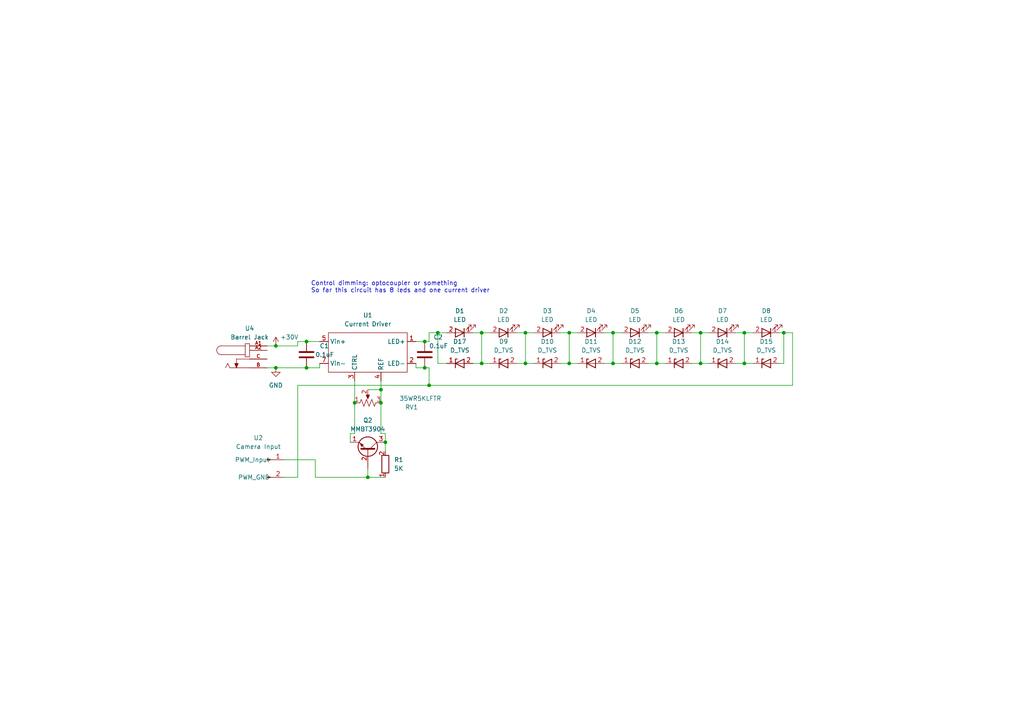
<source format=kicad_sch>
(kicad_sch (version 20230121) (generator eeschema)
  (paper "A4")
  (title_block (title "Lighting PCB") (date "2023-12-02") (company "Illini Pacbot Team"))
  (lib_symbols
    (symbol "D_Zener_1" (pin_names (offset 1.016) hide)
      (property "Reference" "D" (at 0 2.54 0))
      (property "Value" "D_Zener" (at 0 -2.54 0))
      (symbol "D_Zener_1_0_1"
        (polyline (pts (xy 1.27 0) (xy -1.27 0)))
        (polyline (pts (xy -1.27 -1.27) (xy -1.27 1.27) (xy -0.762 1.27)) (stroke (width 0.254)))
        (polyline (pts (xy 1.27 -1.27) (xy 1.27 1.27) (xy -1.27 0) (xy 1.27 -1.27)) (stroke (width 0.254)))
      )
      (symbol "D_Zener_1_1_1"
        (pin passive line (at -3.81 0 0) (length 2.54) (name "K") (number "1"))
        (pin passive line (at 3.81 0 180) (length 2.54) (name "A") (number "2"))
      )
    )
    (symbol "D_Zener_2" (pin_names (offset 1.016) hide)
      (property "Reference" "D" (at 0 2.54 0))
      (property "Value" "D_Zener" (at 0 -2.54 0))
      (symbol "D_Zener_2_0_1"
        (polyline (pts (xy 1.27 0) (xy -1.27 0)))
        (polyline (pts (xy -1.27 -1.27) (xy -1.27 1.27) (xy -0.762 1.27)) (stroke (width 0.254)))
        (polyline (pts (xy 1.27 -1.27) (xy 1.27 1.27) (xy -1.27 0) (xy 1.27 -1.27)) (stroke (width 0.254)))
      )
      (symbol "D_Zener_2_1_1"
        (pin passive line (at -3.81 0 0) (length 2.54) (name "K") (number "1"))
        (pin passive line (at 3.81 0 180) (length 2.54) (name "A") (number "2"))
      )
    )
    (symbol "D_Zener_3" (pin_names (offset 1.016) hide)
      (property "Reference" "D" (at 0 2.54 0))
      (property "Value" "D_Zener" (at 0 -2.54 0))
      (symbol "D_Zener_3_0_1"
        (polyline (pts (xy 1.27 0) (xy -1.27 0)))
        (polyline (pts (xy -1.27 -1.27) (xy -1.27 1.27) (xy -0.762 1.27)) (stroke (width 0.254)))
        (polyline (pts (xy 1.27 -1.27) (xy 1.27 1.27) (xy -1.27 0) (xy 1.27 -1.27)) (stroke (width 0.254)))
      )
      (symbol "D_Zener_3_1_1"
        (pin passive line (at -3.81 0 0) (length 2.54) (name "K") (number "1"))
        (pin passive line (at 3.81 0 180) (length 2.54) (name "A") (number "2"))
      )
    )
    (symbol "D_Zener_4" (pin_names (offset 1.016) hide)
      (property "Reference" "D" (at 0 2.54 0))
      (property "Value" "D_Zener" (at 0 -2.54 0))
      (symbol "D_Zener_4_0_1"
        (polyline (pts (xy 1.27 0) (xy -1.27 0)))
        (polyline (pts (xy -1.27 -1.27) (xy -1.27 1.27) (xy -0.762 1.27)) (stroke (width 0.254)))
        (polyline (pts (xy 1.27 -1.27) (xy 1.27 1.27) (xy -1.27 0) (xy 1.27 -1.27)) (stroke (width 0.254)))
      )
      (symbol "D_Zener_4_1_1"
        (pin passive line (at -3.81 0 0) (length 2.54) (name "K") (number "1"))
        (pin passive line (at 3.81 0 180) (length 2.54) (name "A") (number "2"))
      )
    )
    (symbol "D_Zener_5" (pin_names (offset 1.016) hide)
      (property "Reference" "D" (at 0 2.54 0))
      (property "Value" "D_Zener" (at 0 -2.54 0))
      (symbol "D_Zener_5_0_1"
        (polyline (pts (xy 1.27 0) (xy -1.27 0)))
        (polyline (pts (xy -1.27 -1.27) (xy -1.27 1.27) (xy -0.762 1.27)) (stroke (width 0.254)))
        (polyline (pts (xy 1.27 -1.27) (xy 1.27 1.27) (xy -1.27 0) (xy 1.27 -1.27)) (stroke (width 0.254)))
      )
      (symbol "D_Zener_5_1_1"
        (pin passive line (at -3.81 0 0) (length 2.54) (name "K") (number "1"))
        (pin passive line (at 3.81 0 180) (length 2.54) (name "A") (number "2"))
      )
    )
    (symbol "D_Zener_6" (pin_names (offset 1.016) hide)
      (property "Reference" "D" (at 0 2.54 0))
      (property "Value" "D_Zener" (at 0 -2.54 0))
      (symbol "D_Zener_6_0_1"
        (polyline (pts (xy 1.27 0) (xy -1.27 0)))
        (polyline (pts (xy -1.27 -1.27) (xy -1.27 1.27) (xy -0.762 1.27)) (stroke (width 0.254)))
        (polyline (pts (xy 1.27 -1.27) (xy 1.27 1.27) (xy -1.27 0) (xy 1.27 -1.27)) (stroke (width 0.254)))
      )
      (symbol "D_Zener_6_1_1"
        (pin passive line (at -3.81 0 0) (length 2.54) (name "K") (number "1"))
        (pin passive line (at 3.81 0 180) (length 2.54) (name "A") (number "2"))
      )
    )
    (symbol "D_Zener_7" (pin_names (offset 1.016) hide)
      (property "Reference" "D" (at 0 2.54 0))
      (property "Value" "D_Zener" (at 0 -2.54 0))
      (symbol "D_Zener_7_0_1"
        (polyline (pts (xy 1.27 0) (xy -1.27 0)))
        (polyline (pts (xy -1.27 -1.27) (xy -1.27 1.27) (xy -0.762 1.27)) (stroke (width 0.254)))
        (polyline (pts (xy 1.27 -1.27) (xy 1.27 1.27) (xy -1.27 0) (xy 1.27 -1.27)) (stroke (width 0.254)))
      )
      (symbol "D_Zener_7_1_1"
        (pin passive line (at -3.81 0 0) (length 2.54) (name "K") (number "1"))
        (pin passive line (at 3.81 0 180) (length 2.54) (name "A") (number "2"))
      )
    )
    (symbol "Device:C" (pin_numbers hide) (pin_names (offset 0.254))
      (property "Reference" "C" (at 0.635 2.54 0))
      (property "Value" "C" (at 0.635 -2.54 0))
      (symbol "C_0_1"
        (polyline (pts (xy -2.032 -0.762) (xy 2.032 -0.762)) (stroke (width 0.508)))
        (polyline (pts (xy -2.032 0.762) (xy 2.032 0.762)) (stroke (width 0.508)))
      )
      (symbol "C_1_1"
        (pin passive line (at 0 3.81 270) (length 2.794) (name "~") (number "1"))
        (pin passive line (at 0 -3.81 90) (length 2.794) (name "~") (number "2"))
      )
    )
    (symbol "Device:D_Zener" (pin_names (offset 1.016) hide)
      (property "Reference" "D" (at 0 2.54 0))
      (property "Value" "D_Zener" (at 0 -2.54 0))
      (symbol "D_Zener_0_1"
        (polyline (pts (xy 1.27 0) (xy -1.27 0)))
        (polyline (pts (xy -1.27 -1.27) (xy -1.27 1.27) (xy -0.762 1.27)) (stroke (width 0.254)))
        (polyline (pts (xy 1.27 -1.27) (xy 1.27 1.27) (xy -1.27 0) (xy 1.27 -1.27)) (stroke (width 0.254)))
      )
      (symbol "D_Zener_1_1"
        (pin passive line (at -3.81 0 0) (length 2.54) (name "K") (number "1"))
        (pin passive line (at 3.81 0 180) (length 2.54) (name "A") (number "2"))
      )
    )
    (symbol "Device:LED" (pin_names (offset 1.016) hide)
      (property "Reference" "D" (at 0 2.54 0))
      (property "Value" "LED" (at 0 -2.54 0))
      (symbol "LED_0_1"
        (polyline (pts (xy -1.27 -1.27) (xy -1.27 1.27)) (stroke (width 0.254)))
        (polyline (pts (xy -1.27 0) (xy 1.27 0)))
        (polyline (pts (xy 1.27 -1.27) (xy 1.27 1.27) (xy -1.27 0) (xy 1.27 -1.27)) (stroke (width 0.254)))
        (polyline (pts (xy -3.048 -0.762) (xy -4.572 -2.286) (xy -3.81 -2.286) (xy -4.572 -2.286) (xy -4.572 -1.524)))
        (polyline (pts (xy -1.778 -0.762) (xy -3.302 -2.286) (xy -2.54 -2.286) (xy -3.302 -2.286) (xy -3.302 -1.524)))
      )
      (symbol "LED_1_1"
        (pin passive line (at -3.81 0 0) (length 2.54) (name "K") (number "1"))
        (pin passive line (at 3.81 0 180) (length 2.54) (name "A") (number "2"))
      )
    )
    (symbol "Device:R_Potentiometer_US" (pin_names (offset 1.016) hide)
      (property "Reference" "RV" (at -4.445 0 90))
      (property "Value" "R_Potentiometer_US" (at -2.54 0 90))
      (symbol "R_Potentiometer_US_0_1"
        (polyline (pts (xy 0 -2.286) (xy 0 -2.54)))
        (polyline (pts (xy 0 2.54) (xy 0 2.286)))
        (polyline (pts (xy 2.54 0) (xy 1.524 0)))
        (polyline (pts (xy 1.143 0) (xy 2.286 0.508) (xy 2.286 -0.508) (xy 1.143 0)) (fill (type outline)))
        (polyline (pts (xy 0 -0.762) (xy 1.016 -1.143) (xy 0 -1.524) (xy -1.016 -1.905) (xy 0 -2.286)))
        (polyline (pts (xy 0 0.762) (xy 1.016 0.381) (xy 0 0) (xy -1.016 -0.381) (xy 0 -0.762)))
        (polyline (pts (xy 0 2.286) (xy 1.016 1.905) (xy 0 1.524) (xy -1.016 1.143) (xy 0 0.762)))
      )
      (symbol "R_Potentiometer_US_1_1"
        (pin passive line (at 0 3.81 270) (length 1.27) (name "1") (number "1"))
        (pin passive line (at 3.81 0 180) (length 1.27) (name "2") (number "2"))
        (pin passive line (at 0 -3.81 90) (length 1.27) (name "3") (number "3"))
      )
    )
    (symbol "LED_1" (pin_names (offset 1.016) hide)
      (property "Reference" "D" (at 0 2.54 0))
      (property "Value" "LED" (at 0 -2.54 0))
      (symbol "LED_1_0_1"
        (polyline (pts (xy -1.27 -1.27) (xy -1.27 1.27)) (stroke (width 0.254)))
        (polyline (pts (xy -1.27 0) (xy 1.27 0)))
        (polyline (pts (xy 1.27 -1.27) (xy 1.27 1.27) (xy -1.27 0) (xy 1.27 -1.27)) (stroke (width 0.254)))
        (polyline (pts (xy -3.048 -0.762) (xy -4.572 -2.286) (xy -3.81 -2.286) (xy -4.572 -2.286) (xy -4.572 -1.524)))
        (polyline (pts (xy -1.778 -0.762) (xy -3.302 -2.286) (xy -2.54 -2.286) (xy -3.302 -2.286) (xy -3.302 -1.524)))
      )
      (symbol "LED_1_1_1"
        (pin passive line (at -3.81 0 0) (length 2.54) (name "K") (number "1"))
        (pin passive line (at 3.81 0 180) (length 2.54) (name "A") (number "2"))
      )
    )
    (symbol "LED_2" (pin_names (offset 1.016) hide)
      (property "Reference" "D" (at 0 2.54 0))
      (property "Value" "LED" (at 0 -2.54 0))
      (symbol "LED_2_0_1"
        (polyline (pts (xy -1.27 -1.27) (xy -1.27 1.27)) (stroke (width 0.254)))
        (polyline (pts (xy -1.27 0) (xy 1.27 0)))
        (polyline (pts (xy 1.27 -1.27) (xy 1.27 1.27) (xy -1.27 0) (xy 1.27 -1.27)) (stroke (width 0.254)))
        (polyline (pts (xy -3.048 -0.762) (xy -4.572 -2.286) (xy -3.81 -2.286) (xy -4.572 -2.286) (xy -4.572 -1.524)))
        (polyline (pts (xy -1.778 -0.762) (xy -3.302 -2.286) (xy -2.54 -2.286) (xy -3.302 -2.286) (xy -3.302 -1.524)))
      )
      (symbol "LED_2_1_1"
        (pin passive line (at -3.81 0 0) (length 2.54) (name "K") (number "1"))
        (pin passive line (at 3.81 0 180) (length 2.54) (name "A") (number "2"))
      )
    )
    (symbol "LED_3" (pin_names (offset 1.016) hide)
      (property "Reference" "D" (at 0 2.54 0))
      (property "Value" "LED" (at 0 -2.54 0))
      (symbol "LED_3_0_1"
        (polyline (pts (xy -1.27 -1.27) (xy -1.27 1.27)) (stroke (width 0.254)))
        (polyline (pts (xy -1.27 0) (xy 1.27 0)))
        (polyline (pts (xy 1.27 -1.27) (xy 1.27 1.27) (xy -1.27 0) (xy 1.27 -1.27)) (stroke (width 0.254)))
        (polyline (pts (xy -3.048 -0.762) (xy -4.572 -2.286) (xy -3.81 -2.286) (xy -4.572 -2.286) (xy -4.572 -1.524)))
        (polyline (pts (xy -1.778 -0.762) (xy -3.302 -2.286) (xy -2.54 -2.286) (xy -3.302 -2.286) (xy -3.302 -1.524)))
      )
      (symbol "LED_3_1_1"
        (pin passive line (at -3.81 0 0) (length 2.54) (name "K") (number "1"))
        (pin passive line (at 3.81 0 180) (length 2.54) (name "A") (number "2"))
      )
    )
    (symbol "LED_4" (pin_names (offset 1.016) hide)
      (property "Reference" "D" (at 0 2.54 0))
      (property "Value" "LED" (at 0 -2.54 0))
      (symbol "LED_4_0_1"
        (polyline (pts (xy -1.27 -1.27) (xy -1.27 1.27)) (stroke (width 0.254)))
        (polyline (pts (xy -1.27 0) (xy 1.27 0)))
        (polyline (pts (xy 1.27 -1.27) (xy 1.27 1.27) (xy -1.27 0) (xy 1.27 -1.27)) (stroke (width 0.254)))
        (polyline (pts (xy -3.048 -0.762) (xy -4.572 -2.286) (xy -3.81 -2.286) (xy -4.572 -2.286) (xy -4.572 -1.524)))
        (polyline (pts (xy -1.778 -0.762) (xy -3.302 -2.286) (xy -2.54 -2.286) (xy -3.302 -2.286) (xy -3.302 -1.524)))
      )
      (symbol "LED_4_1_1"
        (pin passive line (at -3.81 0 0) (length 2.54) (name "K") (number "1"))
        (pin passive line (at 3.81 0 180) (length 2.54) (name "A") (number "2"))
      )
    )
    (symbol "LED_5" (pin_names (offset 1.016) hide)
      (property "Reference" "D" (at 0 2.54 0))
      (property "Value" "LED" (at 0 -2.54 0))
      (symbol "LED_5_0_1"
        (polyline (pts (xy -1.27 -1.27) (xy -1.27 1.27)) (stroke (width 0.254)))
        (polyline (pts (xy -1.27 0) (xy 1.27 0)))
        (polyline (pts (xy 1.27 -1.27) (xy 1.27 1.27) (xy -1.27 0) (xy 1.27 -1.27)) (stroke (width 0.254)))
        (polyline (pts (xy -3.048 -0.762) (xy -4.572 -2.286) (xy -3.81 -2.286) (xy -4.572 -2.286) (xy -4.572 -1.524)))
        (polyline (pts (xy -1.778 -0.762) (xy -3.302 -2.286) (xy -2.54 -2.286) (xy -3.302 -2.286) (xy -3.302 -1.524)))
      )
      (symbol "LED_5_1_1"
        (pin passive line (at -3.81 0 0) (length 2.54) (name "K") (number "1"))
        (pin passive line (at 3.81 0 180) (length 2.54) (name "A") (number "2"))
      )
    )
    (symbol "LED_6" (pin_names (offset 1.016) hide)
      (property "Reference" "D" (at 0 2.54 0))
      (property "Value" "LED" (at 0 -2.54 0))
      (symbol "LED_6_0_1"
        (polyline (pts (xy -1.27 -1.27) (xy -1.27 1.27)) (stroke (width 0.254)))
        (polyline (pts (xy -1.27 0) (xy 1.27 0)))
        (polyline (pts (xy 1.27 -1.27) (xy 1.27 1.27) (xy -1.27 0) (xy 1.27 -1.27)) (stroke (width 0.254)))
        (polyline (pts (xy -3.048 -0.762) (xy -4.572 -2.286) (xy -3.81 -2.286) (xy -4.572 -2.286) (xy -4.572 -1.524)))
        (polyline (pts (xy -1.778 -0.762) (xy -3.302 -2.286) (xy -2.54 -2.286) (xy -3.302 -2.286) (xy -3.302 -1.524)))
      )
      (symbol "LED_6_1_1"
        (pin passive line (at -3.81 0 0) (length 2.54) (name "K") (number "1"))
        (pin passive line (at 3.81 0 180) (length 2.54) (name "A") (number "2"))
      )
    )
    (symbol "LED_7" (pin_names (offset 1.016) hide)
      (property "Reference" "D" (at 0 2.54 0))
      (property "Value" "LED" (at 0 -2.54 0))
      (symbol "LED_7_0_1"
        (polyline (pts (xy -1.27 -1.27) (xy -1.27 1.27)) (stroke (width 0.254)))
        (polyline (pts (xy -1.27 0) (xy 1.27 0)))
        (polyline (pts (xy 1.27 -1.27) (xy 1.27 1.27) (xy -1.27 0) (xy 1.27 -1.27)) (stroke (width 0.254)))
        (polyline (pts (xy -3.048 -0.762) (xy -4.572 -2.286) (xy -3.81 -2.286) (xy -4.572 -2.286) (xy -4.572 -1.524)))
        (polyline (pts (xy -1.778 -0.762) (xy -3.302 -2.286) (xy -2.54 -2.286) (xy -3.302 -2.286) (xy -3.302 -1.524)))
      )
      (symbol "LED_7_1_1"
        (pin passive line (at -3.81 0 0) (length 2.54) (name "K") (number "1"))
        (pin passive line (at 3.81 0 180) (length 2.54) (name "A") (number "2"))
      )
    )
    (symbol "R_1" (pin_names (offset 0))
      (property "Reference" "R" (at 2.032 0 90))
      (property "Value" "R" (at 0 0 90))
      (symbol "R_1_0_1"
        (rectangle (start -1.016 -2.54) (end 1.016 2.54) (stroke (width 0.254)))
      )
      (symbol "R_1_1_1"
        (pin passive line (at 0 3.81 270) (length 1.27) (name "~") (number "1"))
        (pin passive line (at 0 -3.81 90) (length 1.27) (name "~") (number "2"))
      )
    )
    (symbol "Transistor_BJT:2N3904" (pin_names (offset 0) hide)
      (property "Reference" "Q" (at 5.08 1.905 0))
      (property "Value" "2N3904" (at 5.08 0 0))
      (symbol "2N3904_0_1"
        (polyline (pts (xy 0.635 0.635) (xy 2.54 2.54)))
        (polyline (pts (xy 0.635 -0.635) (xy 2.54 -2.54) (xy 2.54 -2.54)))
        (polyline (pts (xy 0.635 1.905) (xy 0.635 -1.905) (xy 0.635 -1.905)) (stroke (width 0.508)))
        (polyline (pts (xy 1.27 -1.778) (xy 1.778 -1.27) (xy 2.286 -2.286) (xy 1.27 -1.778) (xy 1.27 -1.778)) (fill (type outline)))
        (circle (center 1.27 0) (radius 2.8194) (stroke (width 0.254)))
      )
      (symbol "2N3904_1_1"
        (pin passive line (at 2.54 -5.08 90) (length 2.54) (name "E") (number "1"))
        (pin passive line (at -5.08 0 0) (length 5.715) (name "B") (number "2"))
        (pin passive line (at 2.54 5.08 270) (length 2.54) (name "C") (number "3"))
      )
    )
    (symbol "cv_lighting_symbols:+30V" (power) (in_bom no) (on_board no)
      (property "Value" "+30V" (at 0 0 0))
      (symbol "+30V_0_1"
        (polyline (pts (xy -0.762 -5.08) (xy 0 -3.81)))
        (polyline (pts (xy 0 -6.35) (xy 0 -3.81)))
        (polyline (pts (xy 0 -3.81) (xy 0.762 -5.08)))
      )
      (symbol "+30V_1_1"
        (pin power_in line (at 0 -6.35 90) (length 0) hide (name "+30V") (number "1"))
      )
    )
    (symbol "cv_lighting_symbols:3021-D-E-1000"
      (property "Reference" "U" (at 0 0 0))
      (symbol "3021-D-E-1000_0_1"
        (rectangle (start -11.43 -2.54) (end 11.43 -13.97))
      )
      (symbol "3021-D-E-1000_1_1"
        (pin output line (at 13.97 -5.08 180) (length 2.54) (name "LED+") (number "1"))
        (pin output line (at 13.97 -11.43 180) (length 2.54) (name "LED-") (number "2"))
        (pin input line (at -3.81 -16.51 90) (length 2.54) (name "CTRL") (number "3"))
        (pin input line (at 3.81 -16.51 90) (length 2.54) (name "REF") (number "4"))
        (pin input line (at -13.97 -5.08 0) (length 2.54) (name "Vin+") (number "5"))
        (pin input line (at -13.97 -11.43 0) (length 2.54) (name "Vin-") (number "7"))
      )
    )
    (symbol "cv_lighting_symbols:Barrel_Jack"
      (property "Reference" "U" (at 0 0 0))
      (symbol "Barrel_Jack_0_0"
        (arc (start -8.255 -3.81) (mid -9.5195 -5.08) (end -8.255 -6.35) (stroke (width 0.1524)))
        (polyline (pts (xy -8.255 -3.81) (xy -1.27 -3.81)) (stroke (width 0.1524)))
        (polyline (pts (xy -6.35 -8.89) (xy -6.985 -10.16)) (stroke (width 0.1524)))
        (polyline (pts (xy -5.715 -10.16) (xy -6.35 -8.89)) (stroke (width 0.1524)))
        (polyline (pts (xy -3.81 -7.62) (xy -3.81 -10.16)) (stroke (width 0.1524)))
        (polyline (pts (xy -1.27 -6.985) (xy 0 -6.985)) (stroke (width 0.1524)))
        (polyline (pts (xy -1.27 -6.35) (xy -8.255 -6.35)) (stroke (width 0.1524)))
        (polyline (pts (xy -1.27 -6.35) (xy -1.27 -6.985)) (stroke (width 0.1524)))
        (polyline (pts (xy -1.27 -3.81) (xy -1.27 -6.35)) (stroke (width 0.1524)))
        (polyline (pts (xy -1.27 -3.175) (xy -1.27 -3.81)) (stroke (width 0.1524)))
        (polyline (pts (xy 0 -10.16) (xy -5.715 -10.16)) (stroke (width 0.1524)))
        (polyline (pts (xy 0 -7.62) (xy -3.81 -7.62)) (stroke (width 0.1524)))
        (polyline (pts (xy 0 -6.985) (xy 0 -3.175)) (stroke (width 0.1524)))
        (polyline (pts (xy 0 -3.175) (xy -1.27 -3.175)) (stroke (width 0.1524)))
        (polyline (pts (xy -3.81 -10.16) (xy -4.318 -8.89) (xy -3.302 -8.89) (xy -3.81 -10.16)) (stroke (width 0.1524)) (fill (type outline)))
        (pin passive line (at 5.08 -5.08 180) (length 5.08) (name "~") (number "A2"))
        (pin passive line (at 5.08 -10.16 180) (length 5.08) (name "~") (number "B"))
        (pin passive line (at 5.08 -7.62 180) (length 5.08) (name "~") (number "C"))
      )
      (symbol "Barrel_Jack_1_0"
        (pin passive line (at 5.08 -3.81 180) (length 5.08) (name "~") (number "A1"))
      )
    )
    (symbol "cv_lighting_symbols:Camera"
      (property "Reference" "U" (at 0 0 0))
      (symbol "Camera_1_1"
        (rectangle (start -1.6764 -8.763) (end -2.54 -9.017) (stroke (width 0.1524)) (fill (type outline)))
        (rectangle (start -1.6764 -3.683) (end -2.54 -3.937) (stroke (width 0.1524)) (fill (type outline)))
        (polyline (pts (xy -1.27 -8.89) (xy -1.6764 -8.89)) (stroke (width 0.1524)))
        (polyline (pts (xy -1.27 -3.81) (xy -1.6764 -3.81)) (stroke (width 0.1524)))
        (pin passive line (at 2.54 -3.81 180) (length 3.81) (name "PWM_Input") (number "1"))
        (pin passive line (at 2.54 -8.89 180) (length 3.81) (name "PWM_GND") (number "2"))
      )
    )
    (symbol "power:GND" (power) (pin_names (offset 0))
      (property "Value" "GND" (at 0 -3.81 0))
      (symbol "GND_0_1"
        (polyline (pts (xy 0 0) (xy 0 -1.27) (xy 1.27 -1.27) (xy 0 -2.54) (xy -1.27 -1.27) (xy 0 -1.27)))
      )
      (symbol "GND_1_1"
        (pin power_in line (at 0 0 270) (length 0) hide (name "GND") (number "1"))
      )
    )
  )
  (junction (at 177.8 96.52))
  (junction (at 190.5 96.52))
  (junction (at 152.4 96.52))
  (junction (at 106.68 138.43))
  (junction (at 88.9 99.06))
  (junction (at 203.2 105.41))
  (junction (at 152.4 105.41))
  (junction (at 139.7 105.41))
  (junction (at 215.9 105.41))
  (junction (at 88.9 106.68))
  (junction (at 111.76 128.27))
  (junction (at 124.46 111.76))
  (junction (at 139.7 96.52))
  (junction (at 123.19 99.06))
  (junction (at 190.5 105.41))
  (junction (at 110.49 116.84))
  (junction (at 227.33 96.52))
  (junction (at 203.2 96.52))
  (junction (at 165.1 96.52))
  (junction (at 110.49 113.03))
  (junction (at 80.01 106.68))
  (junction (at 165.1 105.41))
  (junction (at 123.19 106.68))
  (junction (at 80.01 100.33))
  (junction (at 177.8 105.41))
  (junction (at 102.87 116.84))
  (junction (at 215.9 96.52))
  (junction (at 127 96.52))
  (wire (pts (xy 101.6 125.73) (xy 102.87 125.73)))
  (wire (pts (xy 213.36 96.52) (xy 215.9 96.52)))
  (wire (pts (xy 91.44 138.43) (xy 106.68 138.43)))
  (wire (pts (xy 124.46 96.52) (xy 124.46 99.06)))
  (wire (pts (xy 165.1 96.52) (xy 165.1 105.41)))
  (wire (pts (xy 106.68 138.43) (xy 111.76 138.43)))
  (wire (pts (xy 127 105.41) (xy 129.54 105.41)))
  (wire (pts (xy 86.36 99.06) (xy 86.36 100.33)))
  (wire (pts (xy 215.9 96.52) (xy 215.9 105.41)))
  (wire (pts (xy 86.36 111.76) (xy 124.46 111.76)))
  (wire (pts (xy 124.46 99.06) (xy 123.19 99.06)))
  (wire (pts (xy 82.55 138.43) (xy 86.36 138.43)))
  (wire (pts (xy 162.56 96.52) (xy 165.1 96.52)))
  (wire (pts (xy 215.9 96.52) (xy 218.44 96.52)))
  (wire (pts (xy 165.1 96.52) (xy 167.64 96.52)))
  (wire (pts (xy 190.5 96.52) (xy 193.04 96.52)))
  (wire (pts (xy 88.9 106.68) (xy 92.71 106.68)))
  (wire (pts (xy 227.33 105.41) (xy 226.06 105.41)))
  (wire (pts (xy 111.76 125.73) (xy 111.76 128.27)))
  (wire (pts (xy 213.36 105.41) (xy 215.9 105.41)))
  (wire (pts (xy 215.9 105.41) (xy 218.44 105.41)))
  (wire (pts (xy 110.49 110.49) (xy 110.49 113.03)))
  (wire (pts (xy 106.68 135.89) (xy 106.68 138.43)))
  (wire (pts (xy 190.5 105.41) (xy 193.04 105.41)))
  (wire (pts (xy 102.87 116.84) (xy 102.87 125.73)))
  (wire (pts (xy 139.7 105.41) (xy 139.7 96.52)))
  (wire (pts (xy 152.4 96.52) (xy 152.4 105.41)))
  (wire (pts (xy 200.66 96.52) (xy 203.2 96.52)))
  (wire (pts (xy 229.87 111.76) (xy 124.46 111.76)))
  (wire (pts (xy 127 96.52) (xy 129.54 96.52)))
  (wire (pts (xy 152.4 96.52) (xy 154.94 96.52)))
  (wire (pts (xy 177.8 96.52) (xy 180.34 96.52)))
  (wire (pts (xy 139.7 105.41) (xy 137.16 105.41)))
  (wire (pts (xy 203.2 105.41) (xy 205.74 105.41)))
  (wire (pts (xy 80.01 100.33) (xy 86.36 100.33)))
  (wire (pts (xy 88.9 99.06) (xy 86.36 99.06)))
  (wire (pts (xy 124.46 96.52) (xy 127 96.52)))
  (wire (pts (xy 165.1 105.41) (xy 167.64 105.41)))
  (wire (pts (xy 110.49 116.84) (xy 110.49 125.73)))
  (wire (pts (xy 111.76 125.73) (xy 110.49 125.73)))
  (wire (pts (xy 229.87 96.52) (xy 229.87 111.76)))
  (wire (pts (xy 77.47 106.68) (xy 80.01 106.68)))
  (wire (pts (xy 91.44 133.35) (xy 91.44 138.43)))
  (wire (pts (xy 175.26 105.41) (xy 177.8 105.41)))
  (wire (pts (xy 227.33 96.52) (xy 229.87 96.52)))
  (wire (pts (xy 101.6 125.73) (xy 101.6 128.27)))
  (wire (pts (xy 203.2 96.52) (xy 203.2 105.41)))
  (wire (pts (xy 77.47 100.33) (xy 80.01 100.33)))
  (wire (pts (xy 106.68 113.03) (xy 110.49 113.03)))
  (wire (pts (xy 190.5 96.52) (xy 190.5 105.41)))
  (wire (pts (xy 139.7 96.52) (xy 142.24 96.52)))
  (wire (pts (xy 226.06 96.52) (xy 227.33 96.52)))
  (wire (pts (xy 91.44 133.35) (xy 82.55 133.35)))
  (wire (pts (xy 92.71 106.68) (xy 92.71 105.41)))
  (wire (pts (xy 110.49 113.03) (xy 110.49 116.84)))
  (wire (pts (xy 120.65 106.68) (xy 120.65 105.41)))
  (wire (pts (xy 149.86 105.41) (xy 152.4 105.41)))
  (wire (pts (xy 177.8 96.52) (xy 177.8 105.41)))
  (wire (pts (xy 120.65 99.06) (xy 123.19 99.06)))
  (wire (pts (xy 177.8 105.41) (xy 180.34 105.41)))
  (wire (pts (xy 120.65 106.68) (xy 123.19 106.68)))
  (wire (pts (xy 86.36 111.76) (xy 86.36 138.43)))
  (wire (pts (xy 152.4 105.41) (xy 154.94 105.41)))
  (wire (pts (xy 124.46 106.68) (xy 124.46 111.76)))
  (wire (pts (xy 200.66 105.41) (xy 203.2 105.41)))
  (wire (pts (xy 149.86 96.52) (xy 152.4 96.52)))
  (wire (pts (xy 111.76 128.27) (xy 111.76 130.81)))
  (wire (pts (xy 187.96 96.52) (xy 190.5 96.52)))
  (wire (pts (xy 177.8 96.52) (xy 175.26 96.52)))
  (wire (pts (xy 137.16 96.52) (xy 139.7 96.52)))
  (wire (pts (xy 88.9 99.06) (xy 92.71 99.06)))
  (wire (pts (xy 187.96 105.41) (xy 190.5 105.41)))
  (wire (pts (xy 127 96.52) (xy 127 105.41)))
  (wire (pts (xy 124.46 106.68) (xy 123.19 106.68)))
  (wire (pts (xy 203.2 96.52) (xy 205.74 96.52)))
  (wire (pts (xy 227.33 96.52) (xy 227.33 105.41)))
  (wire (pts (xy 80.01 106.68) (xy 88.9 106.68)))
  (wire (pts (xy 102.87 110.49) (xy 102.87 116.84)))
  (wire (pts (xy 162.56 105.41) (xy 165.1 105.41)))
  (wire (pts (xy 139.7 105.41) (xy 142.24 105.41)))
  (text "Control dimming: optocoupler or something\nSo far this circuit has 8 leds and one current driver" (at 90.17 85.09 0) (effects (font (size 1.27 1.27)) (justify left bottom)))
  (symbol (lib_name "LED_1") (lib_id "Device:LED") (at 133.35 96.52 180) (unit 1)
    (property "Reference" "D1" (at 133.35 90.17 0))
    (property "Value" "LED" (at 133.35 92.71 0))
    (property "Footprint" "cv_lighting_footprints:LED_SFH4715AS" (effects hide))
  )
  (symbol (lib_name "LED_4") (lib_id "Device:LED") (at 171.45 96.52 180) (unit 1)
    (property "Reference" "D4" (at 171.45 90.17 0))
    (property "Value" "LED" (at 171.45 92.71 0))
    (property "Footprint" "cv_lighting_footprints:LED_SFH4715AS" (effects hide))
  )
  (symbol (lib_id "cv_lighting_symbols:Barrel_Jack") (at 72.39 96.52 0) (unit 1)
    (property "Reference" "U4" (at 72.39 95.25 0))
    (property "Value" "Barrel Jack" (at 72.39 97.79 0))
    (property "Footprint" "cv_lighting_footprints:TENSILITY_54-00164" (effects hide))
  )
  (symbol (lib_id "Device:C") (at 123.19 102.87 0) (unit 1)
    (property "Reference" "C2" (at 125.73 97.79 0) (effects (justify left)))
    (property "Value" "0.1uF" (at 124.46 100.33 0) (effects (justify left)))
    (property "Footprint" "Capacitor_SMD:C_0805_2012Metric_Pad1.18x1.45mm_HandSolder" (effects hide))
  )
  (symbol (lib_id "cv_lighting_symbols:3021-D-E-1000") (at 106.68 93.98 0) (unit 1)
    (property "Reference" "U1" (at 106.68 91.44 0))
    (property "Value" "Current Driver" (at 106.68 93.98 0))
    (property "Footprint" "cv_lighting_footprints:3021_Buckpuck" (effects hide))
  )
  (symbol (lib_id "Device:R_Potentiometer_US") (at 106.68 116.84 90) (unit 1)
    (property "Reference" "RV1" (at 119.38 118.11 90))
    (property "Value" "35WR5KLFTR" (at 121.92 115.57 90))
    (property "Footprint" "cv_lighting_footprints:35WR5KLFTR" (effects hide))
  )
  (symbol (lib_name "D_Zener_5") (lib_id "Device:D_Zener") (at 184.15 105.41 0) (unit 1)
    (property "Reference" "D12" (at 184.15 99.06 0))
    (property "Value" "D_TVS" (at 184.15 101.6 0))
    (property "Footprint" "cv_lighting_footprints:D3V3M1U2S9-7" (effects hide))
  )
  (symbol (lib_name "LED_5") (lib_id "Device:LED") (at 184.15 96.52 180) (unit 1)
    (property "Reference" "D5" (at 184.15 90.17 0))
    (property "Value" "LED" (at 184.15 92.71 0))
    (property "Footprint" "cv_lighting_footprints:LED_SFH4715AS" (effects hide))
  )
  (symbol (lib_name "D_Zener_6") (lib_id "Device:D_Zener") (at 196.85 105.41 0) (unit 1)
    (property "Reference" "D13" (at 196.85 99.06 0))
    (property "Value" "D_TVS" (at 196.85 101.6 0))
    (property "Footprint" "cv_lighting_footprints:D3V3M1U2S9-7" (effects hide))
  )
  (symbol (lib_id "Device:D_Zener") (at 222.25 105.41 0) (unit 1)
    (property "Reference" "D15" (at 222.25 99.06 0))
    (property "Value" "D_TVS" (at 222.25 101.6 0))
    (property "Footprint" "cv_lighting_footprints:D3V3M1U2S9-7" (effects hide))
  )
  (symbol (lib_name "LED_2") (lib_id "Device:LED") (at 146.05 96.52 180) (unit 1)
    (property "Reference" "D2" (at 146.05 90.17 0))
    (property "Value" "LED" (at 146.05 92.71 0))
    (property "Footprint" "cv_lighting_footprints:LED_SFH4715AS" (effects hide))
  )
  (symbol (lib_id "Device:LED") (at 222.25 96.52 180) (unit 1)
    (property "Reference" "D8" (at 222.25 90.17 0))
    (property "Value" "LED" (at 222.25 92.71 0))
    (property "Footprint" "cv_lighting_footprints:LED_SFH4715AS" (effects hide))
  )
  (symbol (lib_name "LED_6") (lib_id "Device:LED") (at 196.85 96.52 180) (unit 1)
    (property "Reference" "D6" (at 196.85 90.17 0))
    (property "Value" "LED" (at 196.85 92.71 0))
    (property "Footprint" "cv_lighting_footprints:LED_SFH4715AS" (effects hide))
  )
  (symbol (lib_id "cv_lighting_symbols:Camera") (at 80.01 129.54 0) (unit 1)
    (property "Reference" "U2" (at 74.93 127 0))
    (property "Value" "Camera Input" (at 74.93 129.54 0))
    (property "Footprint" "Connector_PinSocket_2.54mm:PinSocket_1x02_P2.54mm_Vertical_SMD_Pin1Left" (effects hide))
  )
  (symbol (lib_name "D_Zener_2") (lib_id "Device:D_Zener") (at 146.05 105.41 0) (unit 1)
    (property "Reference" "D9" (at 146.05 99.06 0))
    (property "Value" "D_TVS" (at 146.05 101.6 0))
    (property "Footprint" "cv_lighting_footprints:D3V3M1U2S9-7" (effects hide))
  )
  (symbol (lib_name "D_Zener_4") (lib_id "Device:D_Zener") (at 171.45 105.41 0) (unit 1)
    (property "Reference" "D11" (at 171.45 99.06 0))
    (property "Value" "D_TVS" (at 171.45 101.6 0))
    (property "Footprint" "cv_lighting_footprints:D3V3M1U2S9-7" (effects hide))
  )
  (symbol (lib_name "LED_3") (lib_id "Device:LED") (at 158.75 96.52 180) (unit 1)
    (property "Reference" "D3" (at 158.75 90.17 0))
    (property "Value" "LED" (at 158.75 92.71 0))
    (property "Footprint" "cv_lighting_footprints:LED_SFH4715AS" (effects hide))
  )
  (symbol (lib_name "R_1") (lib_id "Device:R") (at 111.76 134.62 180) (unit 1)
    (property "Reference" "R1" (at 114.3 133.35 0) (effects (justify right)))
    (property "Value" "5K" (at 114.3 135.89 0) (effects (justify right)))
    (property "Footprint" "Resistor_SMD:R_0805_2012Metric_Pad1.20x1.40mm_HandSolder" (effects hide))
  )
  (symbol (lib_id "power:GND") (at 80.01 106.68 0) (unit 1)
    (property "Reference" "#PWR01" (effects hide))
    (property "Value" "GND" (at 80.01 111.76 0))
  )
  (symbol (lib_id "Transistor_BJT:2N3904") (at 106.68 130.81 270) (mirror x) (unit 1)
    (property "Reference" "Q2" (at 106.68 121.92 90))
    (property "Value" "MMBT3904" (at 106.68 124.46 90))
    (property "Footprint" "cv_lighting_footprints:MMBT3904" (effects hide))
    (property "Datasheet" "https://www.onsemi.com/pub/Collateral/2N3903-D.PDF" (effects hide))
  )
  (symbol (lib_name "LED_7") (lib_id "Device:LED") (at 209.55 96.52 180) (unit 1)
    (property "Reference" "D7" (at 209.55 90.17 0))
    (property "Value" "LED" (at 209.55 92.71 0))
    (property "Footprint" "cv_lighting_footprints:LED_SFH4715AS" (effects hide))
  )
  (symbol (lib_id "Device:C") (at 88.9 102.87 0) (unit 1)
    (property "Reference" "C1" (at 92.71 100.33 0) (effects (justify left)))
    (property "Value" "0.1uF" (at 91.44 102.87 0) (effects (justify left)))
    (property "Footprint" "Capacitor_SMD:C_0805_2012Metric_Pad1.18x1.45mm_HandSolder" (effects hide))
  )
  (symbol (lib_name "D_Zener_3") (lib_id "Device:D_Zener") (at 158.75 105.41 0) (unit 1)
    (property "Reference" "D10" (at 158.75 99.06 0))
    (property "Value" "D_TVS" (at 158.75 101.6 0))
    (property "Footprint" "cv_lighting_footprints:D3V3M1U2S9-7" (effects hide))
  )
  (symbol (lib_id "cv_lighting_symbols:+30V") (at 80.01 93.98 0) (unit 1) (in_bom no) (on_board no)
    (property "Reference" "#~01" (effects hide))
    (property "Value" "+30V" (at 81.28 97.79 0) (effects (justify left)))
  )
  (symbol (lib_name "D_Zener_7") (lib_id "Device:D_Zener") (at 209.55 105.41 0) (unit 1)
    (property "Reference" "D14" (at 209.55 99.06 0))
    (property "Value" "D_TVS" (at 209.55 101.6 0))
    (property "Footprint" "cv_lighting_footprints:D3V3M1U2S9-7" (effects hide))
  )
  (symbol (lib_name "D_Zener_1") (lib_id "Device:D_Zener") (at 133.35 105.41 0) (unit 1)
    (property "Reference" "D17" (at 133.35 99.06 0))
    (property "Value" "D_TVS" (at 133.35 101.6 0))
    (property "Footprint" "cv_lighting_footprints:D3V3M1U2S9-7" (effects hide))
  )
)
</source>
